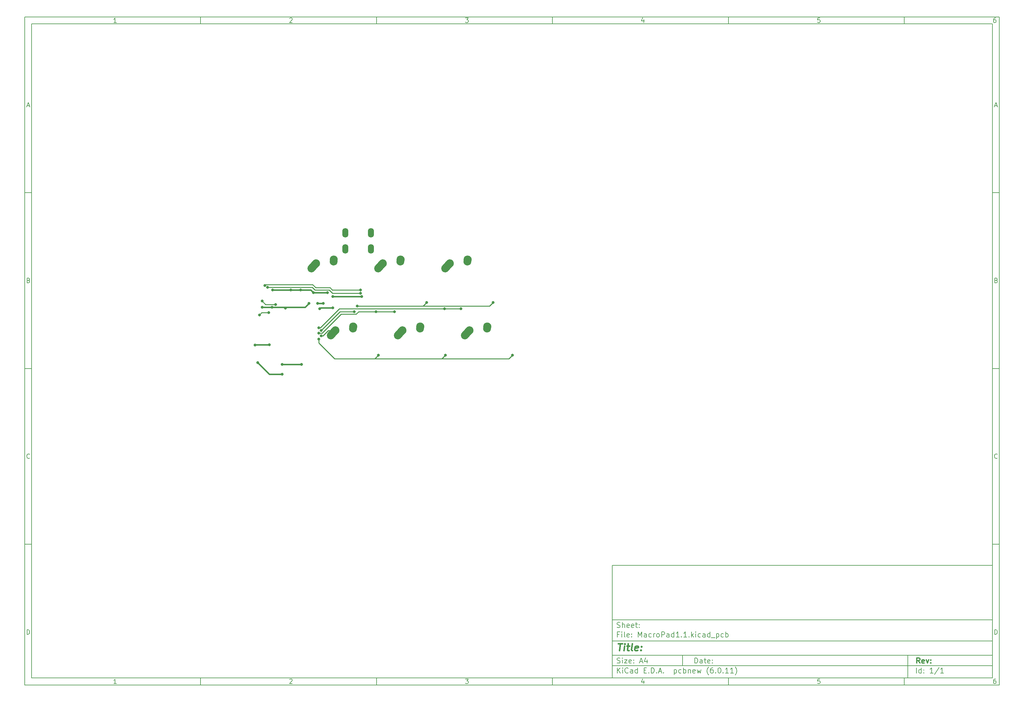
<source format=gbr>
%TF.GenerationSoftware,KiCad,Pcbnew,(6.0.11)*%
%TF.CreationDate,2023-06-10T22:17:44-04:00*%
%TF.ProjectId,MacroPad1.1,4d616372-6f50-4616-9431-2e312e6b6963,rev?*%
%TF.SameCoordinates,Original*%
%TF.FileFunction,Copper,L1,Top*%
%TF.FilePolarity,Positive*%
%FSLAX46Y46*%
G04 Gerber Fmt 4.6, Leading zero omitted, Abs format (unit mm)*
G04 Created by KiCad (PCBNEW (6.0.11)) date 2023-06-10 22:17:44*
%MOMM*%
%LPD*%
G01*
G04 APERTURE LIST*
G04 Aperture macros list*
%AMHorizOval*
0 Thick line with rounded ends*
0 $1 width*
0 $2 $3 position (X,Y) of the first rounded end (center of the circle)*
0 $4 $5 position (X,Y) of the second rounded end (center of the circle)*
0 Add line between two ends*
20,1,$1,$2,$3,$4,$5,0*
0 Add two circle primitives to create the rounded ends*
1,1,$1,$2,$3*
1,1,$1,$4,$5*%
G04 Aperture macros list end*
%ADD10C,0.100000*%
%ADD11C,0.150000*%
%ADD12C,0.300000*%
%ADD13C,0.400000*%
%TA.AperFunction,ComponentPad*%
%ADD14HorizOval,2.250000X0.655001X0.730000X-0.655001X-0.730000X0*%
%TD*%
%TA.AperFunction,ComponentPad*%
%ADD15C,2.250000*%
%TD*%
%TA.AperFunction,ComponentPad*%
%ADD16HorizOval,2.250000X0.020000X0.290000X-0.020000X-0.290000X0*%
%TD*%
%TA.AperFunction,ComponentPad*%
%ADD17O,1.700000X2.700000*%
%TD*%
%TA.AperFunction,ViaPad*%
%ADD18C,0.800000*%
%TD*%
%TA.AperFunction,Conductor*%
%ADD19C,0.400000*%
%TD*%
%TA.AperFunction,Conductor*%
%ADD20C,0.250000*%
%TD*%
G04 APERTURE END LIST*
D10*
D11*
X177002200Y-166007200D02*
X177002200Y-198007200D01*
X285002200Y-198007200D01*
X285002200Y-166007200D01*
X177002200Y-166007200D01*
D10*
D11*
X10000000Y-10000000D02*
X10000000Y-200007200D01*
X287002200Y-200007200D01*
X287002200Y-10000000D01*
X10000000Y-10000000D01*
D10*
D11*
X12000000Y-12000000D02*
X12000000Y-198007200D01*
X285002200Y-198007200D01*
X285002200Y-12000000D01*
X12000000Y-12000000D01*
D10*
D11*
X60000000Y-12000000D02*
X60000000Y-10000000D01*
D10*
D11*
X110000000Y-12000000D02*
X110000000Y-10000000D01*
D10*
D11*
X160000000Y-12000000D02*
X160000000Y-10000000D01*
D10*
D11*
X210000000Y-12000000D02*
X210000000Y-10000000D01*
D10*
D11*
X260000000Y-12000000D02*
X260000000Y-10000000D01*
D10*
D11*
X36065476Y-11588095D02*
X35322619Y-11588095D01*
X35694047Y-11588095D02*
X35694047Y-10288095D01*
X35570238Y-10473809D01*
X35446428Y-10597619D01*
X35322619Y-10659523D01*
D10*
D11*
X85322619Y-10411904D02*
X85384523Y-10350000D01*
X85508333Y-10288095D01*
X85817857Y-10288095D01*
X85941666Y-10350000D01*
X86003571Y-10411904D01*
X86065476Y-10535714D01*
X86065476Y-10659523D01*
X86003571Y-10845238D01*
X85260714Y-11588095D01*
X86065476Y-11588095D01*
D10*
D11*
X135260714Y-10288095D02*
X136065476Y-10288095D01*
X135632142Y-10783333D01*
X135817857Y-10783333D01*
X135941666Y-10845238D01*
X136003571Y-10907142D01*
X136065476Y-11030952D01*
X136065476Y-11340476D01*
X136003571Y-11464285D01*
X135941666Y-11526190D01*
X135817857Y-11588095D01*
X135446428Y-11588095D01*
X135322619Y-11526190D01*
X135260714Y-11464285D01*
D10*
D11*
X185941666Y-10721428D02*
X185941666Y-11588095D01*
X185632142Y-10226190D02*
X185322619Y-11154761D01*
X186127380Y-11154761D01*
D10*
D11*
X236003571Y-10288095D02*
X235384523Y-10288095D01*
X235322619Y-10907142D01*
X235384523Y-10845238D01*
X235508333Y-10783333D01*
X235817857Y-10783333D01*
X235941666Y-10845238D01*
X236003571Y-10907142D01*
X236065476Y-11030952D01*
X236065476Y-11340476D01*
X236003571Y-11464285D01*
X235941666Y-11526190D01*
X235817857Y-11588095D01*
X235508333Y-11588095D01*
X235384523Y-11526190D01*
X235322619Y-11464285D01*
D10*
D11*
X285941666Y-10288095D02*
X285694047Y-10288095D01*
X285570238Y-10350000D01*
X285508333Y-10411904D01*
X285384523Y-10597619D01*
X285322619Y-10845238D01*
X285322619Y-11340476D01*
X285384523Y-11464285D01*
X285446428Y-11526190D01*
X285570238Y-11588095D01*
X285817857Y-11588095D01*
X285941666Y-11526190D01*
X286003571Y-11464285D01*
X286065476Y-11340476D01*
X286065476Y-11030952D01*
X286003571Y-10907142D01*
X285941666Y-10845238D01*
X285817857Y-10783333D01*
X285570238Y-10783333D01*
X285446428Y-10845238D01*
X285384523Y-10907142D01*
X285322619Y-11030952D01*
D10*
D11*
X60000000Y-198007200D02*
X60000000Y-200007200D01*
D10*
D11*
X110000000Y-198007200D02*
X110000000Y-200007200D01*
D10*
D11*
X160000000Y-198007200D02*
X160000000Y-200007200D01*
D10*
D11*
X210000000Y-198007200D02*
X210000000Y-200007200D01*
D10*
D11*
X260000000Y-198007200D02*
X260000000Y-200007200D01*
D10*
D11*
X36065476Y-199595295D02*
X35322619Y-199595295D01*
X35694047Y-199595295D02*
X35694047Y-198295295D01*
X35570238Y-198481009D01*
X35446428Y-198604819D01*
X35322619Y-198666723D01*
D10*
D11*
X85322619Y-198419104D02*
X85384523Y-198357200D01*
X85508333Y-198295295D01*
X85817857Y-198295295D01*
X85941666Y-198357200D01*
X86003571Y-198419104D01*
X86065476Y-198542914D01*
X86065476Y-198666723D01*
X86003571Y-198852438D01*
X85260714Y-199595295D01*
X86065476Y-199595295D01*
D10*
D11*
X135260714Y-198295295D02*
X136065476Y-198295295D01*
X135632142Y-198790533D01*
X135817857Y-198790533D01*
X135941666Y-198852438D01*
X136003571Y-198914342D01*
X136065476Y-199038152D01*
X136065476Y-199347676D01*
X136003571Y-199471485D01*
X135941666Y-199533390D01*
X135817857Y-199595295D01*
X135446428Y-199595295D01*
X135322619Y-199533390D01*
X135260714Y-199471485D01*
D10*
D11*
X185941666Y-198728628D02*
X185941666Y-199595295D01*
X185632142Y-198233390D02*
X185322619Y-199161961D01*
X186127380Y-199161961D01*
D10*
D11*
X236003571Y-198295295D02*
X235384523Y-198295295D01*
X235322619Y-198914342D01*
X235384523Y-198852438D01*
X235508333Y-198790533D01*
X235817857Y-198790533D01*
X235941666Y-198852438D01*
X236003571Y-198914342D01*
X236065476Y-199038152D01*
X236065476Y-199347676D01*
X236003571Y-199471485D01*
X235941666Y-199533390D01*
X235817857Y-199595295D01*
X235508333Y-199595295D01*
X235384523Y-199533390D01*
X235322619Y-199471485D01*
D10*
D11*
X285941666Y-198295295D02*
X285694047Y-198295295D01*
X285570238Y-198357200D01*
X285508333Y-198419104D01*
X285384523Y-198604819D01*
X285322619Y-198852438D01*
X285322619Y-199347676D01*
X285384523Y-199471485D01*
X285446428Y-199533390D01*
X285570238Y-199595295D01*
X285817857Y-199595295D01*
X285941666Y-199533390D01*
X286003571Y-199471485D01*
X286065476Y-199347676D01*
X286065476Y-199038152D01*
X286003571Y-198914342D01*
X285941666Y-198852438D01*
X285817857Y-198790533D01*
X285570238Y-198790533D01*
X285446428Y-198852438D01*
X285384523Y-198914342D01*
X285322619Y-199038152D01*
D10*
D11*
X10000000Y-60000000D02*
X12000000Y-60000000D01*
D10*
D11*
X10000000Y-110000000D02*
X12000000Y-110000000D01*
D10*
D11*
X10000000Y-160000000D02*
X12000000Y-160000000D01*
D10*
D11*
X10690476Y-35216666D02*
X11309523Y-35216666D01*
X10566666Y-35588095D02*
X11000000Y-34288095D01*
X11433333Y-35588095D01*
D10*
D11*
X11092857Y-84907142D02*
X11278571Y-84969047D01*
X11340476Y-85030952D01*
X11402380Y-85154761D01*
X11402380Y-85340476D01*
X11340476Y-85464285D01*
X11278571Y-85526190D01*
X11154761Y-85588095D01*
X10659523Y-85588095D01*
X10659523Y-84288095D01*
X11092857Y-84288095D01*
X11216666Y-84350000D01*
X11278571Y-84411904D01*
X11340476Y-84535714D01*
X11340476Y-84659523D01*
X11278571Y-84783333D01*
X11216666Y-84845238D01*
X11092857Y-84907142D01*
X10659523Y-84907142D01*
D10*
D11*
X11402380Y-135464285D02*
X11340476Y-135526190D01*
X11154761Y-135588095D01*
X11030952Y-135588095D01*
X10845238Y-135526190D01*
X10721428Y-135402380D01*
X10659523Y-135278571D01*
X10597619Y-135030952D01*
X10597619Y-134845238D01*
X10659523Y-134597619D01*
X10721428Y-134473809D01*
X10845238Y-134350000D01*
X11030952Y-134288095D01*
X11154761Y-134288095D01*
X11340476Y-134350000D01*
X11402380Y-134411904D01*
D10*
D11*
X10659523Y-185588095D02*
X10659523Y-184288095D01*
X10969047Y-184288095D01*
X11154761Y-184350000D01*
X11278571Y-184473809D01*
X11340476Y-184597619D01*
X11402380Y-184845238D01*
X11402380Y-185030952D01*
X11340476Y-185278571D01*
X11278571Y-185402380D01*
X11154761Y-185526190D01*
X10969047Y-185588095D01*
X10659523Y-185588095D01*
D10*
D11*
X287002200Y-60000000D02*
X285002200Y-60000000D01*
D10*
D11*
X287002200Y-110000000D02*
X285002200Y-110000000D01*
D10*
D11*
X287002200Y-160000000D02*
X285002200Y-160000000D01*
D10*
D11*
X285692676Y-35216666D02*
X286311723Y-35216666D01*
X285568866Y-35588095D02*
X286002200Y-34288095D01*
X286435533Y-35588095D01*
D10*
D11*
X286095057Y-84907142D02*
X286280771Y-84969047D01*
X286342676Y-85030952D01*
X286404580Y-85154761D01*
X286404580Y-85340476D01*
X286342676Y-85464285D01*
X286280771Y-85526190D01*
X286156961Y-85588095D01*
X285661723Y-85588095D01*
X285661723Y-84288095D01*
X286095057Y-84288095D01*
X286218866Y-84350000D01*
X286280771Y-84411904D01*
X286342676Y-84535714D01*
X286342676Y-84659523D01*
X286280771Y-84783333D01*
X286218866Y-84845238D01*
X286095057Y-84907142D01*
X285661723Y-84907142D01*
D10*
D11*
X286404580Y-135464285D02*
X286342676Y-135526190D01*
X286156961Y-135588095D01*
X286033152Y-135588095D01*
X285847438Y-135526190D01*
X285723628Y-135402380D01*
X285661723Y-135278571D01*
X285599819Y-135030952D01*
X285599819Y-134845238D01*
X285661723Y-134597619D01*
X285723628Y-134473809D01*
X285847438Y-134350000D01*
X286033152Y-134288095D01*
X286156961Y-134288095D01*
X286342676Y-134350000D01*
X286404580Y-134411904D01*
D10*
D11*
X285661723Y-185588095D02*
X285661723Y-184288095D01*
X285971247Y-184288095D01*
X286156961Y-184350000D01*
X286280771Y-184473809D01*
X286342676Y-184597619D01*
X286404580Y-184845238D01*
X286404580Y-185030952D01*
X286342676Y-185278571D01*
X286280771Y-185402380D01*
X286156961Y-185526190D01*
X285971247Y-185588095D01*
X285661723Y-185588095D01*
D10*
D11*
X200434342Y-193785771D02*
X200434342Y-192285771D01*
X200791485Y-192285771D01*
X201005771Y-192357200D01*
X201148628Y-192500057D01*
X201220057Y-192642914D01*
X201291485Y-192928628D01*
X201291485Y-193142914D01*
X201220057Y-193428628D01*
X201148628Y-193571485D01*
X201005771Y-193714342D01*
X200791485Y-193785771D01*
X200434342Y-193785771D01*
X202577200Y-193785771D02*
X202577200Y-193000057D01*
X202505771Y-192857200D01*
X202362914Y-192785771D01*
X202077200Y-192785771D01*
X201934342Y-192857200D01*
X202577200Y-193714342D02*
X202434342Y-193785771D01*
X202077200Y-193785771D01*
X201934342Y-193714342D01*
X201862914Y-193571485D01*
X201862914Y-193428628D01*
X201934342Y-193285771D01*
X202077200Y-193214342D01*
X202434342Y-193214342D01*
X202577200Y-193142914D01*
X203077200Y-192785771D02*
X203648628Y-192785771D01*
X203291485Y-192285771D02*
X203291485Y-193571485D01*
X203362914Y-193714342D01*
X203505771Y-193785771D01*
X203648628Y-193785771D01*
X204720057Y-193714342D02*
X204577200Y-193785771D01*
X204291485Y-193785771D01*
X204148628Y-193714342D01*
X204077200Y-193571485D01*
X204077200Y-193000057D01*
X204148628Y-192857200D01*
X204291485Y-192785771D01*
X204577200Y-192785771D01*
X204720057Y-192857200D01*
X204791485Y-193000057D01*
X204791485Y-193142914D01*
X204077200Y-193285771D01*
X205434342Y-193642914D02*
X205505771Y-193714342D01*
X205434342Y-193785771D01*
X205362914Y-193714342D01*
X205434342Y-193642914D01*
X205434342Y-193785771D01*
X205434342Y-192857200D02*
X205505771Y-192928628D01*
X205434342Y-193000057D01*
X205362914Y-192928628D01*
X205434342Y-192857200D01*
X205434342Y-193000057D01*
D10*
D11*
X177002200Y-194507200D02*
X285002200Y-194507200D01*
D10*
D11*
X178434342Y-196585771D02*
X178434342Y-195085771D01*
X179291485Y-196585771D02*
X178648628Y-195728628D01*
X179291485Y-195085771D02*
X178434342Y-195942914D01*
X179934342Y-196585771D02*
X179934342Y-195585771D01*
X179934342Y-195085771D02*
X179862914Y-195157200D01*
X179934342Y-195228628D01*
X180005771Y-195157200D01*
X179934342Y-195085771D01*
X179934342Y-195228628D01*
X181505771Y-196442914D02*
X181434342Y-196514342D01*
X181220057Y-196585771D01*
X181077200Y-196585771D01*
X180862914Y-196514342D01*
X180720057Y-196371485D01*
X180648628Y-196228628D01*
X180577200Y-195942914D01*
X180577200Y-195728628D01*
X180648628Y-195442914D01*
X180720057Y-195300057D01*
X180862914Y-195157200D01*
X181077200Y-195085771D01*
X181220057Y-195085771D01*
X181434342Y-195157200D01*
X181505771Y-195228628D01*
X182791485Y-196585771D02*
X182791485Y-195800057D01*
X182720057Y-195657200D01*
X182577200Y-195585771D01*
X182291485Y-195585771D01*
X182148628Y-195657200D01*
X182791485Y-196514342D02*
X182648628Y-196585771D01*
X182291485Y-196585771D01*
X182148628Y-196514342D01*
X182077200Y-196371485D01*
X182077200Y-196228628D01*
X182148628Y-196085771D01*
X182291485Y-196014342D01*
X182648628Y-196014342D01*
X182791485Y-195942914D01*
X184148628Y-196585771D02*
X184148628Y-195085771D01*
X184148628Y-196514342D02*
X184005771Y-196585771D01*
X183720057Y-196585771D01*
X183577200Y-196514342D01*
X183505771Y-196442914D01*
X183434342Y-196300057D01*
X183434342Y-195871485D01*
X183505771Y-195728628D01*
X183577200Y-195657200D01*
X183720057Y-195585771D01*
X184005771Y-195585771D01*
X184148628Y-195657200D01*
X186005771Y-195800057D02*
X186505771Y-195800057D01*
X186720057Y-196585771D02*
X186005771Y-196585771D01*
X186005771Y-195085771D01*
X186720057Y-195085771D01*
X187362914Y-196442914D02*
X187434342Y-196514342D01*
X187362914Y-196585771D01*
X187291485Y-196514342D01*
X187362914Y-196442914D01*
X187362914Y-196585771D01*
X188077200Y-196585771D02*
X188077200Y-195085771D01*
X188434342Y-195085771D01*
X188648628Y-195157200D01*
X188791485Y-195300057D01*
X188862914Y-195442914D01*
X188934342Y-195728628D01*
X188934342Y-195942914D01*
X188862914Y-196228628D01*
X188791485Y-196371485D01*
X188648628Y-196514342D01*
X188434342Y-196585771D01*
X188077200Y-196585771D01*
X189577200Y-196442914D02*
X189648628Y-196514342D01*
X189577200Y-196585771D01*
X189505771Y-196514342D01*
X189577200Y-196442914D01*
X189577200Y-196585771D01*
X190220057Y-196157200D02*
X190934342Y-196157200D01*
X190077200Y-196585771D02*
X190577200Y-195085771D01*
X191077200Y-196585771D01*
X191577200Y-196442914D02*
X191648628Y-196514342D01*
X191577200Y-196585771D01*
X191505771Y-196514342D01*
X191577200Y-196442914D01*
X191577200Y-196585771D01*
X194577200Y-195585771D02*
X194577200Y-197085771D01*
X194577200Y-195657200D02*
X194720057Y-195585771D01*
X195005771Y-195585771D01*
X195148628Y-195657200D01*
X195220057Y-195728628D01*
X195291485Y-195871485D01*
X195291485Y-196300057D01*
X195220057Y-196442914D01*
X195148628Y-196514342D01*
X195005771Y-196585771D01*
X194720057Y-196585771D01*
X194577200Y-196514342D01*
X196577200Y-196514342D02*
X196434342Y-196585771D01*
X196148628Y-196585771D01*
X196005771Y-196514342D01*
X195934342Y-196442914D01*
X195862914Y-196300057D01*
X195862914Y-195871485D01*
X195934342Y-195728628D01*
X196005771Y-195657200D01*
X196148628Y-195585771D01*
X196434342Y-195585771D01*
X196577200Y-195657200D01*
X197220057Y-196585771D02*
X197220057Y-195085771D01*
X197220057Y-195657200D02*
X197362914Y-195585771D01*
X197648628Y-195585771D01*
X197791485Y-195657200D01*
X197862914Y-195728628D01*
X197934342Y-195871485D01*
X197934342Y-196300057D01*
X197862914Y-196442914D01*
X197791485Y-196514342D01*
X197648628Y-196585771D01*
X197362914Y-196585771D01*
X197220057Y-196514342D01*
X198577200Y-195585771D02*
X198577200Y-196585771D01*
X198577200Y-195728628D02*
X198648628Y-195657200D01*
X198791485Y-195585771D01*
X199005771Y-195585771D01*
X199148628Y-195657200D01*
X199220057Y-195800057D01*
X199220057Y-196585771D01*
X200505771Y-196514342D02*
X200362914Y-196585771D01*
X200077200Y-196585771D01*
X199934342Y-196514342D01*
X199862914Y-196371485D01*
X199862914Y-195800057D01*
X199934342Y-195657200D01*
X200077200Y-195585771D01*
X200362914Y-195585771D01*
X200505771Y-195657200D01*
X200577200Y-195800057D01*
X200577200Y-195942914D01*
X199862914Y-196085771D01*
X201077200Y-195585771D02*
X201362914Y-196585771D01*
X201648628Y-195871485D01*
X201934342Y-196585771D01*
X202220057Y-195585771D01*
X204362914Y-197157200D02*
X204291485Y-197085771D01*
X204148628Y-196871485D01*
X204077200Y-196728628D01*
X204005771Y-196514342D01*
X203934342Y-196157200D01*
X203934342Y-195871485D01*
X204005771Y-195514342D01*
X204077200Y-195300057D01*
X204148628Y-195157200D01*
X204291485Y-194942914D01*
X204362914Y-194871485D01*
X205577200Y-195085771D02*
X205291485Y-195085771D01*
X205148628Y-195157200D01*
X205077200Y-195228628D01*
X204934342Y-195442914D01*
X204862914Y-195728628D01*
X204862914Y-196300057D01*
X204934342Y-196442914D01*
X205005771Y-196514342D01*
X205148628Y-196585771D01*
X205434342Y-196585771D01*
X205577200Y-196514342D01*
X205648628Y-196442914D01*
X205720057Y-196300057D01*
X205720057Y-195942914D01*
X205648628Y-195800057D01*
X205577200Y-195728628D01*
X205434342Y-195657200D01*
X205148628Y-195657200D01*
X205005771Y-195728628D01*
X204934342Y-195800057D01*
X204862914Y-195942914D01*
X206362914Y-196442914D02*
X206434342Y-196514342D01*
X206362914Y-196585771D01*
X206291485Y-196514342D01*
X206362914Y-196442914D01*
X206362914Y-196585771D01*
X207362914Y-195085771D02*
X207505771Y-195085771D01*
X207648628Y-195157200D01*
X207720057Y-195228628D01*
X207791485Y-195371485D01*
X207862914Y-195657200D01*
X207862914Y-196014342D01*
X207791485Y-196300057D01*
X207720057Y-196442914D01*
X207648628Y-196514342D01*
X207505771Y-196585771D01*
X207362914Y-196585771D01*
X207220057Y-196514342D01*
X207148628Y-196442914D01*
X207077200Y-196300057D01*
X207005771Y-196014342D01*
X207005771Y-195657200D01*
X207077200Y-195371485D01*
X207148628Y-195228628D01*
X207220057Y-195157200D01*
X207362914Y-195085771D01*
X208505771Y-196442914D02*
X208577200Y-196514342D01*
X208505771Y-196585771D01*
X208434342Y-196514342D01*
X208505771Y-196442914D01*
X208505771Y-196585771D01*
X210005771Y-196585771D02*
X209148628Y-196585771D01*
X209577200Y-196585771D02*
X209577200Y-195085771D01*
X209434342Y-195300057D01*
X209291485Y-195442914D01*
X209148628Y-195514342D01*
X211434342Y-196585771D02*
X210577200Y-196585771D01*
X211005771Y-196585771D02*
X211005771Y-195085771D01*
X210862914Y-195300057D01*
X210720057Y-195442914D01*
X210577200Y-195514342D01*
X211934342Y-197157200D02*
X212005771Y-197085771D01*
X212148628Y-196871485D01*
X212220057Y-196728628D01*
X212291485Y-196514342D01*
X212362914Y-196157200D01*
X212362914Y-195871485D01*
X212291485Y-195514342D01*
X212220057Y-195300057D01*
X212148628Y-195157200D01*
X212005771Y-194942914D01*
X211934342Y-194871485D01*
D10*
D11*
X177002200Y-191507200D02*
X285002200Y-191507200D01*
D10*
D12*
X264411485Y-193785771D02*
X263911485Y-193071485D01*
X263554342Y-193785771D02*
X263554342Y-192285771D01*
X264125771Y-192285771D01*
X264268628Y-192357200D01*
X264340057Y-192428628D01*
X264411485Y-192571485D01*
X264411485Y-192785771D01*
X264340057Y-192928628D01*
X264268628Y-193000057D01*
X264125771Y-193071485D01*
X263554342Y-193071485D01*
X265625771Y-193714342D02*
X265482914Y-193785771D01*
X265197200Y-193785771D01*
X265054342Y-193714342D01*
X264982914Y-193571485D01*
X264982914Y-193000057D01*
X265054342Y-192857200D01*
X265197200Y-192785771D01*
X265482914Y-192785771D01*
X265625771Y-192857200D01*
X265697200Y-193000057D01*
X265697200Y-193142914D01*
X264982914Y-193285771D01*
X266197200Y-192785771D02*
X266554342Y-193785771D01*
X266911485Y-192785771D01*
X267482914Y-193642914D02*
X267554342Y-193714342D01*
X267482914Y-193785771D01*
X267411485Y-193714342D01*
X267482914Y-193642914D01*
X267482914Y-193785771D01*
X267482914Y-192857200D02*
X267554342Y-192928628D01*
X267482914Y-193000057D01*
X267411485Y-192928628D01*
X267482914Y-192857200D01*
X267482914Y-193000057D01*
D10*
D11*
X178362914Y-193714342D02*
X178577200Y-193785771D01*
X178934342Y-193785771D01*
X179077200Y-193714342D01*
X179148628Y-193642914D01*
X179220057Y-193500057D01*
X179220057Y-193357200D01*
X179148628Y-193214342D01*
X179077200Y-193142914D01*
X178934342Y-193071485D01*
X178648628Y-193000057D01*
X178505771Y-192928628D01*
X178434342Y-192857200D01*
X178362914Y-192714342D01*
X178362914Y-192571485D01*
X178434342Y-192428628D01*
X178505771Y-192357200D01*
X178648628Y-192285771D01*
X179005771Y-192285771D01*
X179220057Y-192357200D01*
X179862914Y-193785771D02*
X179862914Y-192785771D01*
X179862914Y-192285771D02*
X179791485Y-192357200D01*
X179862914Y-192428628D01*
X179934342Y-192357200D01*
X179862914Y-192285771D01*
X179862914Y-192428628D01*
X180434342Y-192785771D02*
X181220057Y-192785771D01*
X180434342Y-193785771D01*
X181220057Y-193785771D01*
X182362914Y-193714342D02*
X182220057Y-193785771D01*
X181934342Y-193785771D01*
X181791485Y-193714342D01*
X181720057Y-193571485D01*
X181720057Y-193000057D01*
X181791485Y-192857200D01*
X181934342Y-192785771D01*
X182220057Y-192785771D01*
X182362914Y-192857200D01*
X182434342Y-193000057D01*
X182434342Y-193142914D01*
X181720057Y-193285771D01*
X183077200Y-193642914D02*
X183148628Y-193714342D01*
X183077200Y-193785771D01*
X183005771Y-193714342D01*
X183077200Y-193642914D01*
X183077200Y-193785771D01*
X183077200Y-192857200D02*
X183148628Y-192928628D01*
X183077200Y-193000057D01*
X183005771Y-192928628D01*
X183077200Y-192857200D01*
X183077200Y-193000057D01*
X184862914Y-193357200D02*
X185577200Y-193357200D01*
X184720057Y-193785771D02*
X185220057Y-192285771D01*
X185720057Y-193785771D01*
X186862914Y-192785771D02*
X186862914Y-193785771D01*
X186505771Y-192214342D02*
X186148628Y-193285771D01*
X187077200Y-193285771D01*
D10*
D11*
X263434342Y-196585771D02*
X263434342Y-195085771D01*
X264791485Y-196585771D02*
X264791485Y-195085771D01*
X264791485Y-196514342D02*
X264648628Y-196585771D01*
X264362914Y-196585771D01*
X264220057Y-196514342D01*
X264148628Y-196442914D01*
X264077200Y-196300057D01*
X264077200Y-195871485D01*
X264148628Y-195728628D01*
X264220057Y-195657200D01*
X264362914Y-195585771D01*
X264648628Y-195585771D01*
X264791485Y-195657200D01*
X265505771Y-196442914D02*
X265577200Y-196514342D01*
X265505771Y-196585771D01*
X265434342Y-196514342D01*
X265505771Y-196442914D01*
X265505771Y-196585771D01*
X265505771Y-195657200D02*
X265577200Y-195728628D01*
X265505771Y-195800057D01*
X265434342Y-195728628D01*
X265505771Y-195657200D01*
X265505771Y-195800057D01*
X268148628Y-196585771D02*
X267291485Y-196585771D01*
X267720057Y-196585771D02*
X267720057Y-195085771D01*
X267577200Y-195300057D01*
X267434342Y-195442914D01*
X267291485Y-195514342D01*
X269862914Y-195014342D02*
X268577200Y-196942914D01*
X271148628Y-196585771D02*
X270291485Y-196585771D01*
X270720057Y-196585771D02*
X270720057Y-195085771D01*
X270577200Y-195300057D01*
X270434342Y-195442914D01*
X270291485Y-195514342D01*
D10*
D11*
X177002200Y-187507200D02*
X285002200Y-187507200D01*
D10*
D13*
X178714580Y-188211961D02*
X179857438Y-188211961D01*
X179036009Y-190211961D02*
X179286009Y-188211961D01*
X180274104Y-190211961D02*
X180440771Y-188878628D01*
X180524104Y-188211961D02*
X180416961Y-188307200D01*
X180500295Y-188402438D01*
X180607438Y-188307200D01*
X180524104Y-188211961D01*
X180500295Y-188402438D01*
X181107438Y-188878628D02*
X181869342Y-188878628D01*
X181476485Y-188211961D02*
X181262200Y-189926247D01*
X181333628Y-190116723D01*
X181512200Y-190211961D01*
X181702676Y-190211961D01*
X182655057Y-190211961D02*
X182476485Y-190116723D01*
X182405057Y-189926247D01*
X182619342Y-188211961D01*
X184190771Y-190116723D02*
X183988390Y-190211961D01*
X183607438Y-190211961D01*
X183428866Y-190116723D01*
X183357438Y-189926247D01*
X183452676Y-189164342D01*
X183571723Y-188973866D01*
X183774104Y-188878628D01*
X184155057Y-188878628D01*
X184333628Y-188973866D01*
X184405057Y-189164342D01*
X184381247Y-189354819D01*
X183405057Y-189545295D01*
X185155057Y-190021485D02*
X185238390Y-190116723D01*
X185131247Y-190211961D01*
X185047914Y-190116723D01*
X185155057Y-190021485D01*
X185131247Y-190211961D01*
X185286009Y-188973866D02*
X185369342Y-189069104D01*
X185262200Y-189164342D01*
X185178866Y-189069104D01*
X185286009Y-188973866D01*
X185262200Y-189164342D01*
D10*
D11*
X178934342Y-185600057D02*
X178434342Y-185600057D01*
X178434342Y-186385771D02*
X178434342Y-184885771D01*
X179148628Y-184885771D01*
X179720057Y-186385771D02*
X179720057Y-185385771D01*
X179720057Y-184885771D02*
X179648628Y-184957200D01*
X179720057Y-185028628D01*
X179791485Y-184957200D01*
X179720057Y-184885771D01*
X179720057Y-185028628D01*
X180648628Y-186385771D02*
X180505771Y-186314342D01*
X180434342Y-186171485D01*
X180434342Y-184885771D01*
X181791485Y-186314342D02*
X181648628Y-186385771D01*
X181362914Y-186385771D01*
X181220057Y-186314342D01*
X181148628Y-186171485D01*
X181148628Y-185600057D01*
X181220057Y-185457200D01*
X181362914Y-185385771D01*
X181648628Y-185385771D01*
X181791485Y-185457200D01*
X181862914Y-185600057D01*
X181862914Y-185742914D01*
X181148628Y-185885771D01*
X182505771Y-186242914D02*
X182577200Y-186314342D01*
X182505771Y-186385771D01*
X182434342Y-186314342D01*
X182505771Y-186242914D01*
X182505771Y-186385771D01*
X182505771Y-185457200D02*
X182577200Y-185528628D01*
X182505771Y-185600057D01*
X182434342Y-185528628D01*
X182505771Y-185457200D01*
X182505771Y-185600057D01*
X184362914Y-186385771D02*
X184362914Y-184885771D01*
X184862914Y-185957200D01*
X185362914Y-184885771D01*
X185362914Y-186385771D01*
X186720057Y-186385771D02*
X186720057Y-185600057D01*
X186648628Y-185457200D01*
X186505771Y-185385771D01*
X186220057Y-185385771D01*
X186077200Y-185457200D01*
X186720057Y-186314342D02*
X186577200Y-186385771D01*
X186220057Y-186385771D01*
X186077200Y-186314342D01*
X186005771Y-186171485D01*
X186005771Y-186028628D01*
X186077200Y-185885771D01*
X186220057Y-185814342D01*
X186577200Y-185814342D01*
X186720057Y-185742914D01*
X188077200Y-186314342D02*
X187934342Y-186385771D01*
X187648628Y-186385771D01*
X187505771Y-186314342D01*
X187434342Y-186242914D01*
X187362914Y-186100057D01*
X187362914Y-185671485D01*
X187434342Y-185528628D01*
X187505771Y-185457200D01*
X187648628Y-185385771D01*
X187934342Y-185385771D01*
X188077200Y-185457200D01*
X188720057Y-186385771D02*
X188720057Y-185385771D01*
X188720057Y-185671485D02*
X188791485Y-185528628D01*
X188862914Y-185457200D01*
X189005771Y-185385771D01*
X189148628Y-185385771D01*
X189862914Y-186385771D02*
X189720057Y-186314342D01*
X189648628Y-186242914D01*
X189577200Y-186100057D01*
X189577200Y-185671485D01*
X189648628Y-185528628D01*
X189720057Y-185457200D01*
X189862914Y-185385771D01*
X190077200Y-185385771D01*
X190220057Y-185457200D01*
X190291485Y-185528628D01*
X190362914Y-185671485D01*
X190362914Y-186100057D01*
X190291485Y-186242914D01*
X190220057Y-186314342D01*
X190077200Y-186385771D01*
X189862914Y-186385771D01*
X191005771Y-186385771D02*
X191005771Y-184885771D01*
X191577200Y-184885771D01*
X191720057Y-184957200D01*
X191791485Y-185028628D01*
X191862914Y-185171485D01*
X191862914Y-185385771D01*
X191791485Y-185528628D01*
X191720057Y-185600057D01*
X191577200Y-185671485D01*
X191005771Y-185671485D01*
X193148628Y-186385771D02*
X193148628Y-185600057D01*
X193077200Y-185457200D01*
X192934342Y-185385771D01*
X192648628Y-185385771D01*
X192505771Y-185457200D01*
X193148628Y-186314342D02*
X193005771Y-186385771D01*
X192648628Y-186385771D01*
X192505771Y-186314342D01*
X192434342Y-186171485D01*
X192434342Y-186028628D01*
X192505771Y-185885771D01*
X192648628Y-185814342D01*
X193005771Y-185814342D01*
X193148628Y-185742914D01*
X194505771Y-186385771D02*
X194505771Y-184885771D01*
X194505771Y-186314342D02*
X194362914Y-186385771D01*
X194077200Y-186385771D01*
X193934342Y-186314342D01*
X193862914Y-186242914D01*
X193791485Y-186100057D01*
X193791485Y-185671485D01*
X193862914Y-185528628D01*
X193934342Y-185457200D01*
X194077200Y-185385771D01*
X194362914Y-185385771D01*
X194505771Y-185457200D01*
X196005771Y-186385771D02*
X195148628Y-186385771D01*
X195577200Y-186385771D02*
X195577200Y-184885771D01*
X195434342Y-185100057D01*
X195291485Y-185242914D01*
X195148628Y-185314342D01*
X196648628Y-186242914D02*
X196720057Y-186314342D01*
X196648628Y-186385771D01*
X196577200Y-186314342D01*
X196648628Y-186242914D01*
X196648628Y-186385771D01*
X198148628Y-186385771D02*
X197291485Y-186385771D01*
X197720057Y-186385771D02*
X197720057Y-184885771D01*
X197577200Y-185100057D01*
X197434342Y-185242914D01*
X197291485Y-185314342D01*
X198791485Y-186242914D02*
X198862914Y-186314342D01*
X198791485Y-186385771D01*
X198720057Y-186314342D01*
X198791485Y-186242914D01*
X198791485Y-186385771D01*
X199505771Y-186385771D02*
X199505771Y-184885771D01*
X199648628Y-185814342D02*
X200077200Y-186385771D01*
X200077200Y-185385771D02*
X199505771Y-185957200D01*
X200720057Y-186385771D02*
X200720057Y-185385771D01*
X200720057Y-184885771D02*
X200648628Y-184957200D01*
X200720057Y-185028628D01*
X200791485Y-184957200D01*
X200720057Y-184885771D01*
X200720057Y-185028628D01*
X202077200Y-186314342D02*
X201934342Y-186385771D01*
X201648628Y-186385771D01*
X201505771Y-186314342D01*
X201434342Y-186242914D01*
X201362914Y-186100057D01*
X201362914Y-185671485D01*
X201434342Y-185528628D01*
X201505771Y-185457200D01*
X201648628Y-185385771D01*
X201934342Y-185385771D01*
X202077200Y-185457200D01*
X203362914Y-186385771D02*
X203362914Y-185600057D01*
X203291485Y-185457200D01*
X203148628Y-185385771D01*
X202862914Y-185385771D01*
X202720057Y-185457200D01*
X203362914Y-186314342D02*
X203220057Y-186385771D01*
X202862914Y-186385771D01*
X202720057Y-186314342D01*
X202648628Y-186171485D01*
X202648628Y-186028628D01*
X202720057Y-185885771D01*
X202862914Y-185814342D01*
X203220057Y-185814342D01*
X203362914Y-185742914D01*
X204720057Y-186385771D02*
X204720057Y-184885771D01*
X204720057Y-186314342D02*
X204577200Y-186385771D01*
X204291485Y-186385771D01*
X204148628Y-186314342D01*
X204077200Y-186242914D01*
X204005771Y-186100057D01*
X204005771Y-185671485D01*
X204077200Y-185528628D01*
X204148628Y-185457200D01*
X204291485Y-185385771D01*
X204577200Y-185385771D01*
X204720057Y-185457200D01*
X205077200Y-186528628D02*
X206220057Y-186528628D01*
X206577200Y-185385771D02*
X206577200Y-186885771D01*
X206577200Y-185457200D02*
X206720057Y-185385771D01*
X207005771Y-185385771D01*
X207148628Y-185457200D01*
X207220057Y-185528628D01*
X207291485Y-185671485D01*
X207291485Y-186100057D01*
X207220057Y-186242914D01*
X207148628Y-186314342D01*
X207005771Y-186385771D01*
X206720057Y-186385771D01*
X206577200Y-186314342D01*
X208577200Y-186314342D02*
X208434342Y-186385771D01*
X208148628Y-186385771D01*
X208005771Y-186314342D01*
X207934342Y-186242914D01*
X207862914Y-186100057D01*
X207862914Y-185671485D01*
X207934342Y-185528628D01*
X208005771Y-185457200D01*
X208148628Y-185385771D01*
X208434342Y-185385771D01*
X208577200Y-185457200D01*
X209220057Y-186385771D02*
X209220057Y-184885771D01*
X209220057Y-185457200D02*
X209362914Y-185385771D01*
X209648628Y-185385771D01*
X209791485Y-185457200D01*
X209862914Y-185528628D01*
X209934342Y-185671485D01*
X209934342Y-186100057D01*
X209862914Y-186242914D01*
X209791485Y-186314342D01*
X209648628Y-186385771D01*
X209362914Y-186385771D01*
X209220057Y-186314342D01*
D10*
D11*
X177002200Y-181507200D02*
X285002200Y-181507200D01*
D10*
D11*
X178362914Y-183614342D02*
X178577200Y-183685771D01*
X178934342Y-183685771D01*
X179077200Y-183614342D01*
X179148628Y-183542914D01*
X179220057Y-183400057D01*
X179220057Y-183257200D01*
X179148628Y-183114342D01*
X179077200Y-183042914D01*
X178934342Y-182971485D01*
X178648628Y-182900057D01*
X178505771Y-182828628D01*
X178434342Y-182757200D01*
X178362914Y-182614342D01*
X178362914Y-182471485D01*
X178434342Y-182328628D01*
X178505771Y-182257200D01*
X178648628Y-182185771D01*
X179005771Y-182185771D01*
X179220057Y-182257200D01*
X179862914Y-183685771D02*
X179862914Y-182185771D01*
X180505771Y-183685771D02*
X180505771Y-182900057D01*
X180434342Y-182757200D01*
X180291485Y-182685771D01*
X180077200Y-182685771D01*
X179934342Y-182757200D01*
X179862914Y-182828628D01*
X181791485Y-183614342D02*
X181648628Y-183685771D01*
X181362914Y-183685771D01*
X181220057Y-183614342D01*
X181148628Y-183471485D01*
X181148628Y-182900057D01*
X181220057Y-182757200D01*
X181362914Y-182685771D01*
X181648628Y-182685771D01*
X181791485Y-182757200D01*
X181862914Y-182900057D01*
X181862914Y-183042914D01*
X181148628Y-183185771D01*
X183077200Y-183614342D02*
X182934342Y-183685771D01*
X182648628Y-183685771D01*
X182505771Y-183614342D01*
X182434342Y-183471485D01*
X182434342Y-182900057D01*
X182505771Y-182757200D01*
X182648628Y-182685771D01*
X182934342Y-182685771D01*
X183077200Y-182757200D01*
X183148628Y-182900057D01*
X183148628Y-183042914D01*
X182434342Y-183185771D01*
X183577200Y-182685771D02*
X184148628Y-182685771D01*
X183791485Y-182185771D02*
X183791485Y-183471485D01*
X183862914Y-183614342D01*
X184005771Y-183685771D01*
X184148628Y-183685771D01*
X184648628Y-183542914D02*
X184720057Y-183614342D01*
X184648628Y-183685771D01*
X184577200Y-183614342D01*
X184648628Y-183542914D01*
X184648628Y-183685771D01*
X184648628Y-182757200D02*
X184720057Y-182828628D01*
X184648628Y-182900057D01*
X184577200Y-182828628D01*
X184648628Y-182757200D01*
X184648628Y-182900057D01*
D10*
D12*
D10*
D11*
D10*
D11*
D10*
D11*
D10*
D11*
D10*
D11*
X197002200Y-191507200D02*
X197002200Y-194507200D01*
D10*
D11*
X261002200Y-191507200D02*
X261002200Y-198007200D01*
D14*
%TO.P,MX6,1,COL*%
%TO.N,Col2*%
X135786251Y-99867500D03*
D15*
X136441250Y-99137500D03*
%TO.P,MX6,2,ROW*%
%TO.N,Net-(D6-Pad2)*%
X141481250Y-98057500D03*
D16*
X141461250Y-98347500D03*
%TD*%
D15*
%TO.P,MX3,1,COL*%
%TO.N,Col1*%
X111803250Y-80087500D03*
D14*
X111148251Y-80817500D03*
D16*
%TO.P,MX3,2,ROW*%
%TO.N,Net-(D3-Pad2)*%
X116823250Y-79297500D03*
D15*
X116843250Y-79007500D03*
%TD*%
%TO.P,MX5,1,COL*%
%TO.N,Col2*%
X130853250Y-80087500D03*
D14*
X130198251Y-80817500D03*
D15*
%TO.P,MX5,2,ROW*%
%TO.N,Net-(D5-Pad2)*%
X135893250Y-79007500D03*
D16*
X135873250Y-79297500D03*
%TD*%
D15*
%TO.P,MX4,1,COL*%
%TO.N,Col1*%
X117391250Y-99137500D03*
D14*
X116736251Y-99867500D03*
D15*
%TO.P,MX4,2,ROW*%
%TO.N,Net-(D4-Pad2)*%
X122431250Y-98057500D03*
D16*
X122411250Y-98347500D03*
%TD*%
D14*
%TO.P,MX1,1,COL*%
%TO.N,Col0*%
X92130001Y-80817500D03*
D15*
X92785000Y-80087500D03*
%TO.P,MX1,2,ROW*%
%TO.N,Net-(D1-Pad2)*%
X97825000Y-79007500D03*
D16*
X97805000Y-79297500D03*
%TD*%
D15*
%TO.P,MX2,1,COL*%
%TO.N,Col0*%
X98341250Y-99137500D03*
D14*
X97686251Y-99867500D03*
D15*
%TO.P,MX2,2,ROW*%
%TO.N,Net-(D2-Pad2)*%
X103381250Y-98057500D03*
D16*
X103361250Y-98347500D03*
%TD*%
D17*
%TO.P,USB1,6,SHIELD*%
%TO.N,unconnected-(USB1-Pad6)*%
X108425000Y-75937500D03*
X101125000Y-75937500D03*
X108425000Y-71437500D03*
X101125000Y-71437500D03*
%TD*%
D18*
%TO.N,+5V*%
X76200000Y-108331000D03*
X83185000Y-108839000D03*
X93218000Y-91440000D03*
X83185000Y-111633000D03*
X93853000Y-92964000D03*
X84074000Y-92799500D03*
X88646000Y-108839000D03*
X97536000Y-92710000D03*
X75504000Y-103317000D03*
X94869000Y-91440000D03*
X90805000Y-91440000D03*
X80264000Y-92583000D03*
X77470000Y-92583000D03*
X79502000Y-103251000D03*
%TO.N,GND*%
X85598000Y-87630000D03*
X97536000Y-89535000D03*
X80476349Y-87671651D03*
X96012000Y-88392000D03*
X88392000Y-87630000D03*
X105793303Y-89552587D03*
X92075000Y-88392000D03*
%TO.N,Net-(C7-Pad1)*%
X76708000Y-94742000D03*
X79406500Y-94107000D03*
%TO.N,Row0*%
X103632000Y-93815500D03*
X143129000Y-91186000D03*
X104521000Y-92202000D03*
X94238866Y-99192839D03*
X124206000Y-91186000D03*
%TO.N,Row1*%
X148590000Y-106172000D03*
X93599000Y-101600000D03*
X110490000Y-106172000D03*
X129540000Y-106172000D03*
%TO.N,Col0*%
X94239893Y-100717945D03*
%TO.N,Col1*%
X93593223Y-99955827D03*
X115062000Y-93815500D03*
X109817500Y-93815500D03*
%TO.N,Col2*%
X93599000Y-98425000D03*
X129286000Y-92964000D03*
X133985000Y-92964000D03*
%TO.N,Net-(R1-Pad2)*%
X78232000Y-86360000D03*
X105410000Y-87630000D03*
%TO.N,Net-(R2-Pad2)*%
X105410000Y-88629503D03*
X79063636Y-86914424D03*
%TO.N,Net-(R3-Pad1)*%
X81317500Y-91783500D03*
X77470000Y-90805000D03*
%TD*%
D19*
%TO.N,+5V*%
X79502000Y-111633000D02*
X76200000Y-108331000D01*
X84290500Y-92583000D02*
X85090000Y-92583000D01*
X94107000Y-92710000D02*
X93853000Y-92964000D01*
X84074000Y-92799500D02*
X83857500Y-92583000D01*
X84074000Y-92799500D02*
X84290500Y-92583000D01*
X93218000Y-91440000D02*
X94869000Y-91440000D01*
X79502000Y-103251000D02*
X75570000Y-103251000D01*
X85090000Y-92583000D02*
X89662000Y-92583000D01*
X97536000Y-92710000D02*
X94107000Y-92710000D01*
X80264000Y-92583000D02*
X77470000Y-92583000D01*
X75570000Y-103251000D02*
X75504000Y-103317000D01*
X88646000Y-108839000D02*
X83185000Y-108839000D01*
X83185000Y-111633000D02*
X79502000Y-111633000D01*
X89662000Y-92583000D02*
X90805000Y-91440000D01*
X83857500Y-92583000D02*
X80264000Y-92583000D01*
%TO.N,GND*%
X96012000Y-88392000D02*
X92075000Y-88392000D01*
X92075000Y-88392000D02*
X91313000Y-87630000D01*
X105793303Y-89552587D02*
X105775716Y-89535000D01*
X91313000Y-87630000D02*
X88392000Y-87630000D01*
X88392000Y-87630000D02*
X85598000Y-87630000D01*
X85598000Y-87630000D02*
X80518000Y-87630000D01*
X80518000Y-87630000D02*
X80476349Y-87671651D01*
X105775716Y-89535000D02*
X97536000Y-89535000D01*
D20*
%TO.N,Net-(C7-Pad1)*%
X77343000Y-94107000D02*
X79406500Y-94107000D01*
X76708000Y-94742000D02*
X77343000Y-94107000D01*
%TO.N,Row0*%
X124206000Y-91186000D02*
X123190000Y-92202000D01*
X123190000Y-92202000D02*
X123063000Y-92202000D01*
X99616205Y-93815500D02*
X103632000Y-93815500D01*
X123063000Y-92202000D02*
X142113000Y-92202000D01*
X104521000Y-92202000D02*
X123063000Y-92202000D01*
X94238866Y-99192839D02*
X99616205Y-93815500D01*
X142113000Y-92202000D02*
X143129000Y-91186000D01*
%TO.N,Row1*%
X98043981Y-107188000D02*
X109474000Y-107188000D01*
X147320000Y-107188000D02*
X147574000Y-107188000D01*
X128524000Y-107188000D02*
X147320000Y-107188000D01*
X129540000Y-106172000D02*
X128524000Y-107188000D01*
X109474000Y-107188000D02*
X128524000Y-107188000D01*
X110490000Y-106172000D02*
X109474000Y-107188000D01*
X147574000Y-107188000D02*
X148590000Y-106172000D01*
X93599000Y-102743019D02*
X98043981Y-107188000D01*
X93599000Y-101600000D02*
X93599000Y-102743019D01*
%TO.N,Col0*%
X96315500Y-99137500D02*
X98341250Y-99137500D01*
X94735055Y-100717945D02*
X96315500Y-99137500D01*
X94239893Y-100717945D02*
X94735055Y-100717945D01*
%TO.N,Col1*%
X94501183Y-99955827D02*
X99916510Y-94540500D01*
X109817500Y-93815500D02*
X115062000Y-93815500D01*
X104902000Y-93853000D02*
X104939500Y-93815500D01*
X99916510Y-94540500D02*
X104214500Y-94540500D01*
X104214500Y-94540500D02*
X104902000Y-93853000D01*
X104939500Y-93815500D02*
X109817500Y-93815500D01*
X93593223Y-99955827D02*
X94501183Y-99955827D01*
%TO.N,Col2*%
X99441000Y-92964000D02*
X93980000Y-98425000D01*
X129286000Y-92964000D02*
X99441000Y-92964000D01*
X133985000Y-92964000D02*
X129286000Y-92964000D01*
X93980000Y-98425000D02*
X93599000Y-98425000D01*
%TO.N,Net-(R1-Pad2)*%
X78486000Y-86106000D02*
X78232000Y-86360000D01*
X97409000Y-87630000D02*
X96774000Y-86995000D01*
X91821000Y-86106000D02*
X78486000Y-86106000D01*
X92837000Y-86995000D02*
X92710000Y-86995000D01*
X105410000Y-87630000D02*
X97409000Y-87630000D01*
X96774000Y-86995000D02*
X92837000Y-86995000D01*
X92710000Y-86995000D02*
X91821000Y-86106000D01*
%TO.N,Net-(R2-Pad2)*%
X96520000Y-87630000D02*
X92456000Y-87630000D01*
X105410000Y-88629503D02*
X97519503Y-88629503D01*
X92456000Y-87630000D02*
X91694000Y-86868000D01*
X97519503Y-88629503D02*
X96520000Y-87630000D01*
X91694000Y-86868000D02*
X79110060Y-86868000D01*
X79110060Y-86868000D02*
X79063636Y-86914424D01*
%TO.N,Net-(R3-Pad1)*%
X78448500Y-91783500D02*
X81317500Y-91783500D01*
X77470000Y-90805000D02*
X78448500Y-91783500D01*
%TD*%
M02*

</source>
